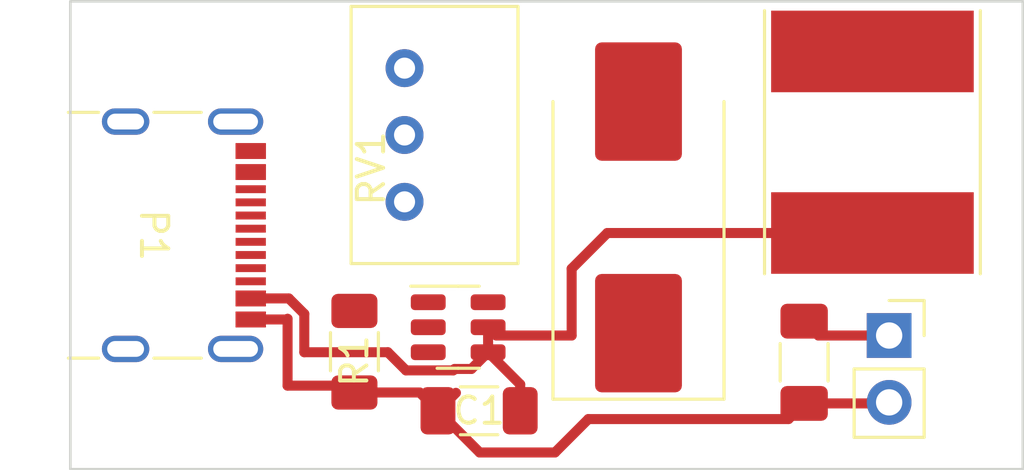
<source format=kicad_pcb>
(kicad_pcb (version 20221018) (generator pcbnew)
  (layers (0 "F.Cu" signal) (31 "B.Cu" signal) (34 "B.Paste" user) (35 "F.Paste" user) (36 "B.SilkS" user "B.Silkscreen") (37 "F.SilkS" user "F.Silkscreen") (38 "B.Mask" user) (39 "F.Mask" user) (44 "Edge.Cuts" user))
  (net 0 "")
  (net 1 "GND")
  (net 2 "Net-(U1-EN)")
  (net 3 "Net-(J2-Pin_1)")
  (net 4 "Net-(U1-SW)")
  (net 10 "Net-(R1-Pad1)")
  (net 11 "Net-(U1-FB)")
  (footprint "Inductor_SMD:L_Taiyo-Yuden_NR-80xx_HandSoldering" (layer "F.Cu") (at 107.95 65.68 90)
    (fp_text reference "L1" hide)
    (fp_text value "10uH")
    (fp_line (start -5 -4.1) (end 5 -4.1) (stroke (width 0.12)) (layer "F.SilkS"))
    (fp_line (start -5 4.1) (end 5 4.1) (stroke (width 0.12)) (layer "F.SilkS"))
    (pad "1" smd rect (at -3.45 0 90) (size 3.1 7.7) (layers "F.Cu" "F.Paste" "F.Mask") (net 2 "Net-(U1-EN)"))
    (pad "2" smd rect (at 3.45 0 90) (size 3.1 7.7) (layers "F.Cu" "F.Paste" "F.Mask") (net 4 "Net-(U1-SW)"))
  )
  (footprint "Connector_USB:USB_C_Receptacle_GCT_USB4105-xx-A_16P_TopMnt_Horizontal" (layer "F.Cu") (at 80.645 69.215 -90)
    (fp_text reference "P1" (at 0 0 -90 unlocked) (layer "F.SilkS"))
    (fp_text value "USB_C_Plug_USB2.0")
    (fp_line (start -4.67 0) (end -4.67 -1.8) (stroke (width 0.12)) (layer "F.SilkS"))
    (fp_line (start -4.67 2.1) (end -4.67 3.25) (stroke (width 0.12)) (layer "F.SilkS"))
    (fp_line (start 4.67 0) (end 4.67 -1.8) (stroke (width 0.12)) (layer "F.SilkS"))
    (fp_line (start 4.67 2.1) (end 4.67 3.25) (stroke (width 0.12)) (layer "F.SilkS"))
    (pad "" np_thru_hole circle (at -2.89 -2.605 270) (size 0.65 0.65) (drill 0.65) (layers "F&B.Cu" "*.Mask"))
    (pad "" np_thru_hole circle (at 2.89 -2.605 270) (size 0.65 0.65) (drill 0.65) (layers "F&B.Cu" "*.Mask"))
    (pad "A1" smd rect (at -3.2 -3.68 270) (size 0.6 1.15) (layers "F.Cu" "F.Paste" "F.Mask") (net 1 "GND"))
    (pad "A4" smd rect (at -2.4 -3.68 270) (size 0.6 1.15) (layers "F.Cu" "F.Paste" "F.Mask") (net 2 "Net-(U1-EN)"))
    (pad "A5" smd rect (at -1.25 -3.68 270) (size 0.3 1.15) (layers "F.Cu" "F.Paste" "F.Mask"))
    (pad "A6" smd rect (at -0.25 -3.68 270) (size 0.3 1.15) (layers "F.Cu" "F.Paste" "F.Mask"))
    (pad "A7" smd rect (at 0.25 -3.68 270) (size 0.3 1.15) (layers "F.Cu" "F.Paste" "F.Mask"))
    (pad "A8" smd rect (at 1.25 -3.68 270) (size 0.3 1.15) (layers "F.Cu" "F.Paste" "F.Mask"))
    (pad "A9" smd rect (at 2.4 -3.68 270) (size 0.6 1.15) (layers "F.Cu" "F.Paste" "F.Mask") (net 2 "Net-(U1-EN)"))
    (pad "A12" smd rect (at 3.2 -3.68 270) (size 0.6 1.15) (layers "F.Cu" "F.Paste" "F.Mask") (net 1 "GND"))
    (pad "B1" smd rect (at 3.2 -3.68 270) (size 0.6 1.15) (layers "F.Cu" "F.Paste" "F.Mask") (net 1 "GND"))
    (pad "B4" smd rect (at 2.4 -3.68 270) (size 0.6 1.15) (layers "F.Cu" "F.Paste" "F.Mask") (net 2 "Net-(U1-EN)"))
    (pad "B5" smd rect (at 1.75 -3.68 270) (size 0.3 1.15) (layers "F.Cu" "F.Paste" "F.Mask"))
    (pad "B6" smd rect (at 0.75 -3.68 270) (size 0.3 1.15) (layers "F.Cu" "F.Paste" "F.Mask"))
    (pad "B7" smd rect (at -0.75 -3.68 270) (size 0.3 1.15) (layers "F.Cu" "F.Paste" "F.Mask"))
    (pad "B8" smd rect (at -1.75 -3.68 270) (size 0.3 1.15) (layers "F.Cu" "F.Paste" "F.Mask"))
    (pad "B9" smd rect (at -2.4 -3.68 270) (size 0.6 1.15) (layers "F.Cu" "F.Paste" "F.Mask") (net 2 "Net-(U1-EN)"))
    (pad "B12" smd rect (at -3.2 -3.68 270) (size 0.6 1.15) (layers "F.Cu" "F.Paste" "F.Mask") (net 1 "GND"))
    (pad "S1" thru_hole oval (at -4.32 -3.105 270) (size 1 2.1) (drill oval 0.6 1.7) (layers "*.Cu" "*.Mask" "F.Paste"))
    (pad "S1" thru_hole oval (at -4.32 1.075 270) (size 1 1.8) (drill oval 0.6 1.4) (layers "*.Cu" "*.Mask" "F.Paste"))
    (pad "S1" thru_hole oval (at 4.32 -3.105 270) (size 1 2.1) (drill oval 0.6 1.7) (layers "*.Cu" "*.Mask" "F.Paste"))
    (pad "S1" thru_hole oval (at 4.32 1.075 270) (size 1 1.8) (drill oval 0.6 1.4) (layers "*.Cu" "*.Mask" "F.Paste"))
  )
  (footprint "Diode_SMD:D_SMC_Handsoldering" (layer "F.Cu") (at 99.06 68.535 90)
    (fp_text reference "D1" hide)
    (fp_text value "SS34-E3_57T" hide)
    (fp_line (start -6.91 -3.25) (end 4.4 -3.25) (stroke (width 0.12)) (layer "F.SilkS"))
    (fp_line (start -6.91 3.25) (end -6.91 -3.25) (stroke (width 0.12)) (layer "F.SilkS"))
    (fp_line (start -6.91 3.25) (end 4.4 3.25) (stroke (width 0.12)) (layer "F.SilkS"))
    (pad "1" smd roundrect (at -4.4 0 180) (size 3.3 4.5) (layers "F.Cu" "F.Paste" "F.Mask") (roundrect_rratio 0.0757575758))
    (pad "2" smd roundrect (at 4.4 0 180) (size 3.3 4.5) (layers "F.Cu" "F.Paste" "F.Mask") (roundrect_rratio 0.0757575758))
  )
  (footprint "Resistor_SMD:R_1206_3216Metric_Pad1.30x1.75mm_HandSolder" (layer "F.Cu") (at 88.265 73.64 -90)
    (fp_text reference "R1" (at 0.355 0 90) (layer "F.SilkS"))
    (fp_text value "5k")
    (fp_line (start -0.727064 -0.91) (end 0.727064 -0.91) (stroke (width 0.12)) (layer "F.SilkS"))
    (fp_line (start -0.727064 0.91) (end 0.727064 0.91) (stroke (width 0.12)) (layer "F.SilkS"))
    (pad "1" smd roundrect (at -1.55 0 270) (size 1.3 1.75) (layers "F.Cu" "F.Paste" "F.Mask") (roundrect_rratio 0.192308) (net 10 "Net-(R1-Pad1)"))
    (pad "2" smd roundrect (at 1.55 0 270) (size 1.3 1.75) (layers "F.Cu" "F.Paste" "F.Mask") (roundrect_rratio 0.192308) (net 1 "GND"))
  )
  (footprint "Connector_PinSocket_2.54mm:PinSocket_1x02_P2.54mm_Vertical" (layer "F.Cu") (at 108.585 73.025)
    (fp_text reference "J2" hide)
    (fp_text value "Conn_01x02_Socket" hide)
    (fp_line (start -1.33 1.27) (end -1.33 3.87) (stroke (width 0.12)) (layer "F.SilkS"))
    (fp_line (start -1.33 1.27) (end 1.33 1.27) (stroke (width 0.12)) (layer "F.SilkS"))
    (fp_line (start -1.33 3.87) (end 1.33 3.87) (stroke (width 0.12)) (layer "F.SilkS"))
    (fp_line (start 0 -1.33) (end 1.33 -1.33) (stroke (width 0.12)) (layer "F.SilkS"))
    (fp_line (start 1.33 -1.33) (end 1.33 0) (stroke (width 0.12)) (layer "F.SilkS"))
    (fp_line (start 1.33 1.27) (end 1.33 3.87) (stroke (width 0.12)) (layer "F.SilkS"))
    (pad "1" thru_hole rect (at 0 0) (size 1.7 1.7) (drill 1) (layers "*.Cu" "*.Mask") (net 3 "Net-(J2-Pin_1)"))
    (pad "2" thru_hole oval (at 0 2.54) (size 1.7 1.7) (drill 1) (layers "*.Cu" "*.Mask") (net 1 "GND"))
  )
  (footprint "Capacitor_SMD:C_1206_3216Metric_Pad1.33x1.80mm_HandSolder" (layer "F.Cu") (at 93.0025 75.885)
    (fp_text reference "C1" (at 0 0) (layer "F.SilkS"))
    (fp_text value "22uF" hide)
    (fp_line (start -0.711252 -0.91) (end 0.711252 -0.91) (stroke (width 0.12)) (layer "F.SilkS"))
    (fp_line (start -0.711252 0.91) (end 0.711252 0.91) (stroke (width 0.12)) (layer "F.SilkS"))
    (pad "1" smd roundrect (at -1.5625 0) (size 1.325 1.8) (layers "F.Cu" "F.Paste" "F.Mask") (roundrect_rratio 0.188679) (net 1 "GND"))
    (pad "2" smd roundrect (at 1.5625 0) (size 1.325 1.8) (layers "F.Cu" "F.Paste" "F.Mask") (roundrect_rratio 0.188679) (net 2 "Net-(U1-EN)"))
  )
  (footprint "Capacitor_SMD:C_1206_3216Metric_Pad1.33x1.80mm_HandSolder" (layer "F.Cu") (at 105.355 74.0425 90)
    (fp_text reference "C2" hide)
    (fp_text value "22uF" hide)
    (fp_line (start -0.711252 -0.91) (end 0.711252 -0.91) (stroke (width 0.12)) (layer "F.SilkS"))
    (fp_line (start -0.711252 0.91) (end 0.711252 0.91) (stroke (width 0.12)) (layer "F.SilkS"))
    (pad "1" smd roundrect (at -1.5625 0 90) (size 1.325 1.8) (layers "F.Cu" "F.Paste" "F.Mask") (roundrect_rratio 0.188679) (net 1 "GND"))
    (pad "2" smd roundrect (at 1.5625 0 90) (size 1.325 1.8) (layers "F.Cu" "F.Paste" "F.Mask") (roundrect_rratio 0.188679) (net 3 "Net-(J2-Pin_1)"))
  )
  (footprint "Package_TO_SOT_SMD:SOT-23-6" (layer "F.Cu") (at 92.2075 72.71)
    (fp_text reference "U1" hide)
    (fp_text value "MT3608" hide)
    (fp_line (start 0 -1.56) (end -1.8 -1.56) (stroke (width 0.12)) (layer "F.SilkS"))
    (fp_line (start 0 -1.56) (end 0.8 -1.56) (stroke (width 0.12)) (layer "F.SilkS"))
    (fp_line (start 0 1.56) (end -0.8 1.56) (stroke (width 0.12)) (layer "F.SilkS"))
    (fp_line (start 0 1.56) (end 0.8 1.56) (stroke (width 0.12)) (layer "F.SilkS"))
    (pad "1" smd roundrect (at -1.1375 -0.95) (size 1.325 0.6) (layers "F.Cu" "F.Paste" "F.Mask") (net 4 "Net-(U1-SW)"))
    (pad "2" smd roundrect (at -1.1375 0) (size 1.325 0.6) (layers "F.Cu" "F.Paste" "F.Mask") (net 1 "GND"))
    (pad "3" smd roundrect (at -1.1375 0.95) (size 1.325 0.6) (layers "F.Cu" "F.Paste" "F.Mask") (net 11 "Net-(U1-FB)"))
    (pad "4" smd roundrect (at 1.1375 0.95) (size 1.325 0.6) (layers "F.Cu" "F.Paste" "F.Mask") (net 2 "Net-(U1-EN)"))
    (pad "5" smd roundrect (at 1.1375 0) (size 1.325 0.6) (layers "F.Cu" "F.Paste" "F.Mask") (net 2 "Net-(U1-EN)"))
    (pad "6" smd roundrect (at 1.1375 -0.95) (size 1.325 0.6) (layers "F.Cu" "F.Paste" "F.Mask"))
  )
  (footprint "Potentiometer_THT:Potentiometer_Bourns_3299W_Vertical" (layer "F.Cu") (at 90.17 62.865 90)
    (fp_text reference "RV1" (at -3.81 -1.27 90) (layer "F.SilkS"))
    (fp_text value "100k")
    (fp_line (start -7.425 -2.03) (end -7.425 4.31) (stroke (width 0.12)) (layer "F.SilkS"))
    (fp_line (start -7.425 -2.03) (end 2.345 -2.03) (stroke (width 0.12)) (layer "F.SilkS"))
    (fp_line (start -7.425 4.31) (end 2.345 4.31) (stroke (width 0.12)) (layer "F.SilkS"))
    (fp_line (start 2.345 -2.03) (end 2.345 4.31) (stroke (width 0.12)) (layer "F.SilkS"))
    (pad "1" thru_hole circle (at 0 0 90) (size 1.44 1.44) (drill 0.8) (layers "*.Cu" "*.Mask") (net 4 "Net-(U1-SW)"))
    (pad "2" thru_hole circle (at -2.54 0 90) (size 1.44 1.44) (drill 0.8) (layers "*.Cu" "*.Mask") (net 11 "Net-(U1-FB)"))
    (pad "3" thru_hole circle (at -5.08 0 90) (size 1.44 1.44) (drill 0.8) (layers "*.Cu" "*.Mask") (net 10 "Net-(R1-Pad1)"))
  )
  (gr_rect (start 77.47 60.325) (end 113.665 78.105) (stroke (width 0.1)) (fill none) (layer "Edge.Cuts"))
  (segment (start 85.725 74.93) (end 88.005 74.93) (width 0.381) (layer "F.Cu") (net 1))
  (segment (start 104.76 76.2) (end 105.355 75.605) (width 0.381) (layer "F.Cu") (net 1))
  (segment (start 93.025 77.47) (end 95.885 77.47) (width 0.381) (layer "F.Cu") (net 1))
  (segment (start 85.725 72.39) (end 85.725 74.93) (width 0.381) (layer "F.Cu") (net 1))
  (segment (start 91.44 75.885) (end 93.025 77.47) (width 0.381) (layer "F.Cu") (net 1))
  (segment (start 85.7 72.415) (end 85.725 72.39) (width 0.381) (layer "F.Cu") (net 1))
  (segment (start 88.265 75.19) (end 90.745 75.19) (width 0.381) (layer "F.Cu") (net 1))
  (segment (start 95.885 77.47) (end 97.155 76.2) (width 0.381) (layer "F.Cu") (net 1))
  (segment (start 92.123 75.202) (end 91.44 75.885) (width 0.381) (layer "F.Cu") (net 1))
  (segment (start 90.745 75.19) (end 91.44 75.885) (width 0.381) (layer "F.Cu") (net 1))
  (segment (start 108.545 75.605) (end 108.585 75.565) (width 0.381) (layer "F.Cu") (net 1))
  (segment (start 84.325 72.415) (end 85.7 72.415) (width 0.381) (layer "F.Cu") (net 1))
  (segment (start 105.4 75.605) (end 105.38 75.625) (width 0.381) (layer "F.Cu") (net 1))
  (segment (start 97.155 76.2) (end 104.76 76.2) (width 0.381) (layer "F.Cu") (net 1))
  (segment (start 105.355 75.605) (end 108.545 75.605) (width 0.381) (layer "F.Cu") (net 1))
  (segment (start 88.005 74.93) (end 88.265 75.19) (width 0.381) (layer "F.Cu") (net 1))
  (segment (start 93.66 73.025) (end 93.345 72.71) (width 0.381) (layer "F.Cu") (net 2))
  (segment (start 85.771658 71.615) (end 86.36 72.203342) (width 0.381) (layer "F.Cu") (net 2))
  (segment (start 107.95 69.13) (end 97.875 69.13) (width 0.381) (layer "F.Cu") (net 2))
  (segment (start 89.535 73.66) (end 90.2255 74.3505) (width 0.381) (layer "F.Cu") (net 2))
  (segment (start 96.52 73.025) (end 93.66 73.025) (width 0.381) (layer "F.Cu") (net 2))
  (segment (start 94.565 74.88) (end 93.345 73.66) (width 0.381) (layer "F.Cu") (net 2))
  (segment (start 90.2255 74.3505) (end 92.0195 74.3505) (width 0.381) (layer "F.Cu") (net 2))
  (segment (start 92.0195 74.3505) (end 92.075 74.295) (width 0.381) (layer "F.Cu") (net 2))
  (segment (start 86.36 72.203342) (end 86.36 73.66) (width 0.381) (layer "F.Cu") (net 2))
  (segment (start 84.325 71.615) (end 85.771658 71.615) (width 0.381) (layer "F.Cu") (net 2))
  (segment (start 97.875 69.13) (end 96.52 70.485) (width 0.381) (layer "F.Cu") (net 2))
  (segment (start 96.52 70.485) (end 96.52 73.025) (width 0.381) (layer "F.Cu") (net 2))
  (segment (start 94.565 75.885) (end 94.565 74.88) (width 0.381) (layer "F.Cu") (net 2))
  (segment (start 94.88 76.2) (end 94.565 75.885) (width 0.381) (layer "F.Cu") (net 2))
  (segment (start 86.36 73.66) (end 89.535 73.66) (width 0.381) (layer "F.Cu") (net 2))
  (segment (start 92.71 74.295) (end 93.345 73.66) (width 0.381) (layer "F.Cu") (net 2))
  (segment (start 92.075 74.295) (end 92.71 74.295) (width 0.381) (layer "F.Cu") (net 2))
  (segment (start 93.345 72.71) (end 93.345 73.66) (width 0.381) (layer "F.Cu") (net 2))
  (segment (start 108.585 73.025) (end 105.9 73.025) (width 0.381) (layer "F.Cu") (net 3))
  (segment (start 105.9 73.025) (end 105.355 72.48) (width 0.381) (layer "F.Cu") (net 3))
  (segment (start 107.95 62.23) (end 107.2145 61.4945) (width 0.381) (layer "F.Cu") (net 4))
)
</source>
